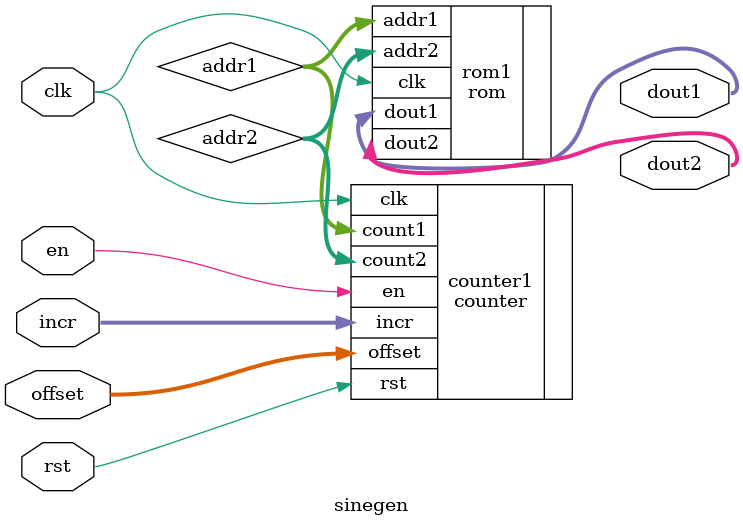
<source format=sv>
module sinegen (
    input logic [7:0]   incr,
    input logic         rst,
    input logic         en,
    input logic         clk,
    input logic [7:0]   offset,

    output logic [7:0]  dout1,
    output logic [7:0]  dout2
);

logic [7:0] addr1;
logic [7:0] addr2;

counter counter1(
    .clk (clk),
    .rst (rst),
    .en (en),
    .incr (incr),
    .offset (offset),
    .count1 (addr1),
    .count2 (addr2)
);

rom rom1(
    .addr1 (addr1),
    .addr2 (addr2),
    .clk (clk),
    .dout1 (dout1),
    .dout2 (dout2)
);

endmodule

</source>
